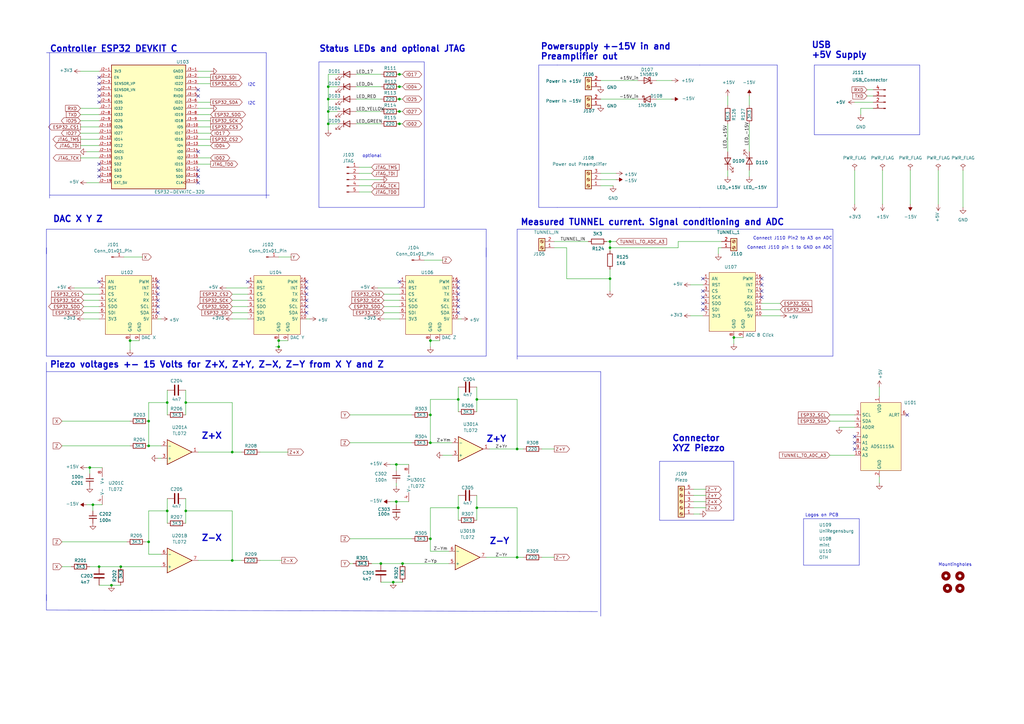
<source format=kicad_sch>
(kicad_sch (version 20231120) (generator "eeschema") (generator_version "8.0")
  (paper "A3")
  (title_block (title "500EUR STM Adapterboard") (date "2025-02-16") (rev "3.0") (company "Universität Regensburg") (comment 1 "Peter Dirnhofer"))
  (junction (at 176.53 181.61))
  (junction (at 195.58 163.83))
  (junction (at 163.83 35.56))
  (junction (at 187.96 163.83))
  (junction (at 187.96 208.28))
  (junction (at 176.53 139.7))
  (junction (at 49.53 232.41))
  (junction (at 38.1 207.01))
  (junction (at 162.56 190.5))
  (junction (at 163.83 45.72))
  (junction (at 95.25 185.42))
  (junction (at 163.83 50.8))
  (junction (at 40.64 232.41))
  (junction (at 134.62 45.72))
  (junction (at 250.19 101.6))
  (junction (at 195.58 208.28))
  (junction (at 163.83 40.64))
  (junction (at 36.83 191.77))
  (junction (at 163.83 30.48))
  (junction (at 212.09 228.6))
  (junction (at 165.1 231.14))
  (junction (at 60.96 182.88))
  (junction (at 76.2 165.1))
  (junction (at 300.99 138.43))
  (junction (at 76.2 209.55))
  (junction (at 114.3 142.24))
  (junction (at 250.19 114.3))
  (junction (at 95.25 229.87))
  (junction (at 114.3 139.7))
  (junction (at 212.09 184.15))
  (junction (at 68.58 165.1))
  (junction (at 134.62 40.64))
  (junction (at 60.96 222.25))
  (junction (at 162.56 205.74))
  (junction (at 53.34 139.7))
  (junction (at 176.53 170.18))
  (junction (at 45.72 240.03))
  (junction (at 68.58 209.55))
  (junction (at 60.96 172.72))
  (junction (at 250.19 99.06))
  (junction (at 134.62 50.8))
  (junction (at 176.53 220.98))
  (junction (at 161.29 238.76))
  (junction (at 134.62 35.56))
  (junction (at 156.21 231.14))
  (no_connect (at 187.96 115.57))
  (no_connect (at 40.64 34.29))
  (no_connect (at 40.64 115.57))
  (no_connect (at 81.28 74.93))
  (no_connect (at 64.77 115.57))
  (no_connect (at 81.28 36.83))
  (no_connect (at 125.73 118.11))
  (no_connect (at 81.28 62.23))
  (no_connect (at 288.29 114.3))
  (no_connect (at 187.96 118.11))
  (no_connect (at 350.52 179.07))
  (no_connect (at 312.42 116.84))
  (no_connect (at 40.64 72.39))
  (no_connect (at 312.42 121.92))
  (no_connect (at 125.73 123.19))
  (no_connect (at 40.64 41.91))
  (no_connect (at 288.29 127))
  (no_connect (at 312.42 114.3))
  (no_connect (at 64.77 125.73))
  (no_connect (at 187.96 125.73))
  (no_connect (at 350.52 181.61))
  (no_connect (at 64.77 123.19))
  (no_connect (at 40.64 69.85))
  (no_connect (at 372.11 170.18))
  (no_connect (at 64.77 120.65))
  (no_connect (at 81.28 39.37))
  (no_connect (at 40.64 36.83))
  (no_connect (at 125.73 115.57))
  (no_connect (at 312.42 119.38))
  (no_connect (at 187.96 120.65))
  (no_connect (at 288.29 119.38))
  (no_connect (at 288.29 124.46))
  (no_connect (at 350.52 184.15))
  (no_connect (at 40.64 31.75))
  (no_connect (at 288.29 121.92))
  (no_connect (at 81.28 72.39))
  (no_connect (at 125.73 128.27))
  (no_connect (at 187.96 123.19))
  (no_connect (at 187.96 128.27))
  (no_connect (at 163.83 115.57))
  (no_connect (at 101.6 115.57))
  (no_connect (at 125.73 125.73))
  (no_connect (at 64.77 128.27))
  (no_connect (at 64.77 118.11))
  (no_connect (at 125.73 120.65))
  (no_connect (at 40.64 39.37))
  (no_connect (at 40.64 67.31))
  (no_connect (at 81.28 69.85))
  (wire (pts (xy 40.64 130.81) (xy 34.29 130.81)))
  (wire (pts (xy 33.02 52.07) (xy 40.64 52.07)))
  (wire (pts (xy 187.96 163.83) (xy 187.96 168.91)))
  (wire (pts (xy 52.07 222.25) (xy 25.4 222.25)))
  (wire (pts (xy 269.24 33.02) (xy 275.59 33.02)))
  (polyline (pts (xy 377.19 26.67) (xy 377.19 55.245)))
  (wire (pts (xy 373.38 69.85) (xy 373.38 83.82)))
  (wire (pts (xy 95.25 185.42) (xy 99.06 185.42)))
  (wire (pts (xy 57.15 139.7) (xy 53.34 139.7)))
  (wire (pts (xy 163.83 120.65) (xy 157.48 120.65)))
  (wire (pts (xy 168.91 170.18) (xy 143.51 170.18)))
  (polyline (pts (xy 173.99 73.66) (xy 173.99 85.09)))
  (wire (pts (xy 176.53 226.06) (xy 184.15 226.06)))
  (wire (pts (xy 298.45 50.8) (xy 298.45 62.23)))
  (polyline (pts (xy 19.05 250.19) (xy 19.05 243.84)))
  (wire (pts (xy 38.1 207.01) (xy 38.1 209.55)))
  (wire (pts (xy 40.64 123.19) (xy 34.29 123.19)))
  (wire (pts (xy 81.28 46.99) (xy 86.36 46.99)))
  (polyline (pts (xy 334.01 26.67) (xy 334.01 55.245)))
  (wire (pts (xy 95.25 209.55) (xy 76.2 209.55)))
  (polyline (pts (xy 300.99 189.23) (xy 270.51 189.23)))
  (wire (pts (xy 307.34 50.8) (xy 307.34 62.23)))
  (wire (pts (xy 114.3 139.7) (xy 114.3 142.24)))
  (wire (pts (xy 250.19 101.6) (xy 250.19 102.87)))
  (wire (pts (xy 81.28 52.07) (xy 86.36 52.07)))
  (wire (pts (xy 168.91 220.98) (xy 143.51 220.98)))
  (wire (pts (xy 40.64 232.41) (xy 36.83 232.41)))
  (polyline (pts (xy 329.565 231.775) (xy 352.425 231.775)))
  (wire (pts (xy 212.09 228.6) (xy 214.63 228.6)))
  (wire (pts (xy 76.2 160.02) (xy 76.2 165.1)))
  (wire (pts (xy 40.64 64.77) (xy 33.02 64.77)))
  (wire (pts (xy 248.92 99.06) (xy 250.19 99.06)))
  (wire (pts (xy 294.64 101.6) (xy 294.64 104.14)))
  (wire (pts (xy 30.48 118.11) (xy 40.64 118.11)))
  (wire (pts (xy 81.28 31.75) (xy 86.36 31.75)))
  (wire (pts (xy 106.68 185.42) (xy 118.11 185.42)))
  (wire (pts (xy 101.6 120.65) (xy 95.25 120.65)))
  (wire (pts (xy 162.56 190.5) (xy 167.64 190.5)))
  (wire (pts (xy 312.42 129.54) (xy 320.04 129.54)))
  (polyline (pts (xy 228.6 26.67) (xy 220.98 26.67)))
  (wire (pts (xy 165.1 231.14) (xy 156.21 231.14)))
  (wire (pts (xy 232.41 101.6) (xy 232.41 114.3)))
  (polyline (pts (xy 270.51 189.23) (xy 270.51 213.36)))
  (wire (pts (xy 146.05 45.72) (xy 156.21 45.72)))
  (wire (pts (xy 154.94 118.11) (xy 163.83 118.11)))
  (wire (pts (xy 288.29 129.54) (xy 283.21 129.54)))
  (wire (pts (xy 68.58 204.47) (xy 68.58 209.55)))
  (wire (pts (xy 355.6 36.83) (xy 358.14 36.83)))
  (polyline (pts (xy 109.22 21.59) (xy 109.22 81.28)))
  (polyline (pts (xy 173.99 85.09) (xy 130.81 85.09)))
  (wire (pts (xy 200.66 184.15) (xy 212.09 184.15)))
  (wire (pts (xy 284.48 200.66) (xy 289.56 200.66)))
  (wire (pts (xy 195.58 158.75) (xy 195.58 163.83)))
  (wire (pts (xy 361.95 69.85) (xy 361.95 83.82)))
  (wire (pts (xy 106.68 229.87) (xy 115.57 229.87)))
  (wire (pts (xy 60.96 227.33) (xy 66.04 227.33)))
  (wire (pts (xy 36.83 194.31) (xy 36.83 191.77)))
  (polyline (pts (xy 20.32 21.59) (xy 20.32 81.28)))
  (polyline (pts (xy 19.05 93.98) (xy 19.05 104.14)))
  (wire (pts (xy 298.45 39.37) (xy 298.45 43.18)))
  (wire (pts (xy 50.8 105.41) (xy 58.42 105.41)))
  (polyline (pts (xy 19.05 146.05) (xy 199.39 146.05)))
  (wire (pts (xy 212.09 184.15) (xy 214.63 184.15)))
  (wire (pts (xy 227.33 101.6) (xy 232.41 101.6)))
  (wire (pts (xy 33.02 54.61) (xy 40.64 54.61)))
  (wire (pts (xy 250.19 99.06) (xy 250.19 101.6)))
  (wire (pts (xy 134.62 35.56) (xy 134.62 40.64)))
  (wire (pts (xy 60.96 182.88) (xy 66.04 182.88)))
  (wire (pts (xy 81.28 64.77) (xy 86.36 64.77)))
  (wire (pts (xy 312.42 124.46) (xy 320.04 124.46)))
  (wire (pts (xy 134.62 40.64) (xy 134.62 45.72)))
  (wire (pts (xy 92.71 118.11) (xy 101.6 118.11)))
  (wire (pts (xy 160.02 205.74) (xy 162.56 205.74)))
  (polyline (pts (xy 130.81 25.4) (xy 173.99 25.4)))
  (wire (pts (xy 165.1 231.14) (xy 184.15 231.14)))
  (polyline (pts (xy 19.05 93.98) (xy 199.39 93.98)))
  (wire (pts (xy 81.28 67.31) (xy 86.36 67.31)))
  (wire (pts (xy 195.58 163.83) (xy 212.09 163.83)))
  (wire (pts (xy 35.56 62.23) (xy 40.64 62.23)))
  (wire (pts (xy 195.58 208.28) (xy 195.58 213.36)))
  (wire (pts (xy 40.64 120.65) (xy 34.29 120.65)))
  (wire (pts (xy 360.68 195.58) (xy 360.68 198.12)))
  (wire (pts (xy 162.56 50.8) (xy 163.83 50.8)))
  (wire (pts (xy 35.56 74.93) (xy 40.64 74.93)))
  (wire (pts (xy 162.56 207.01) (xy 162.56 205.74)))
  (wire (pts (xy 29.21 232.41) (xy 25.4 232.41)))
  (wire (pts (xy 250.19 99.06) (xy 252.73 99.06)))
  (wire (pts (xy 176.53 220.98) (xy 176.53 226.06)))
  (polyline (pts (xy 19.05 21.59) (xy 109.22 21.59)))
  (polyline (pts (xy 199.39 93.98) (xy 199.39 105.41)))
  (polyline (pts (xy 173.99 25.4) (xy 173.99 73.66)))
  (wire (pts (xy 162.56 205.74) (xy 167.64 205.74)))
  (polyline (pts (xy 228.6 26.67) (xy 287.02 26.67)))
  (wire (pts (xy 33.02 46.99) (xy 40.64 46.99)))
  (wire (pts (xy 49.53 232.41) (xy 66.04 232.41)))
  (wire (pts (xy 250.19 110.49) (xy 250.19 114.3)))
  (wire (pts (xy 176.53 163.83) (xy 176.53 170.18)))
  (wire (pts (xy 250.19 101.6) (xy 278.13 101.6)))
  (wire (pts (xy 134.62 50.8) (xy 134.62 53.34)))
  (wire (pts (xy 81.28 49.53) (xy 86.36 49.53)))
  (wire (pts (xy 38.1 207.01) (xy 41.91 207.01)))
  (polyline (pts (xy 130.81 25.4) (xy 130.81 85.09)))
  (wire (pts (xy 222.25 228.6) (xy 227.33 228.6)))
  (wire (pts (xy 40.64 128.27) (xy 34.29 128.27)))
  (polyline (pts (xy 19.05 146.05) (xy 19.05 101.6)))
  (wire (pts (xy 81.28 57.15) (xy 86.36 57.15)))
  (wire (pts (xy 36.83 191.77) (xy 41.91 191.77)))
  (wire (pts (xy 68.58 209.55) (xy 60.96 209.55)))
  (wire (pts (xy 160.02 190.5) (xy 162.56 190.5)))
  (wire (pts (xy 60.96 172.72) (xy 60.96 182.88)))
  (wire (pts (xy 114.3 105.41) (xy 119.38 105.41)))
  (wire (pts (xy 163.83 30.48) (xy 165.1 30.48)))
  (wire (pts (xy 350.52 41.91) (xy 358.14 41.91)))
  (polyline (pts (xy 19.05 152.4) (xy 246.38 152.4)))
  (wire (pts (xy 284.48 210.82) (xy 287.02 210.82)))
  (wire (pts (xy 176.53 139.7) (xy 176.53 142.24)))
  (wire (pts (xy 125.73 130.81) (xy 127 130.81)))
  (wire (pts (xy 246.38 71.12) (xy 252.73 71.12)))
  (wire (pts (xy 95.25 125.73) (xy 101.6 125.73)))
  (wire (pts (xy 25.4 172.72) (xy 53.34 172.72)))
  (wire (pts (xy 246.38 76.2) (xy 251.46 76.2)))
  (wire (pts (xy 173.99 106.68) (xy 181.61 106.68)))
  (wire (pts (xy 246.38 33.02) (xy 261.62 33.02)))
  (polyline (pts (xy 377.19 55.245) (xy 334.01 55.245)))
  (wire (pts (xy 76.2 165.1) (xy 95.25 165.1)))
  (wire (pts (xy 134.62 45.72) (xy 138.43 45.72)))
  (wire (pts (xy 60.96 209.55) (xy 60.96 222.25)))
  (wire (pts (xy 147.32 68.58) (xy 152.4 68.58)))
  (wire (pts (xy 146.05 35.56) (xy 156.21 35.56)))
  (wire (pts (xy 163.83 40.64) (xy 165.1 40.64)))
  (wire (pts (xy 49.53 232.41) (xy 40.64 232.41)))
  (wire (pts (xy 134.62 40.64) (xy 138.43 40.64)))
  (wire (pts (xy 101.6 128.27) (xy 95.25 128.27)))
  (wire (pts (xy 358.14 44.45) (xy 353.06 44.45)))
  (wire (pts (xy 81.28 229.87) (xy 95.25 229.87)))
  (wire (pts (xy 307.34 39.37) (xy 307.34 43.18)))
  (wire (pts (xy 60.96 165.1) (xy 60.96 172.72)))
  (wire (pts (xy 162.56 198.12) (xy 162.56 199.39)))
  (polyline (pts (xy 246.38 152.4) (xy 246.38 252.73)))
  (wire (pts (xy 187.96 163.83) (xy 176.53 163.83)))
  (wire (pts (xy 113.03 142.24) (xy 114.3 142.24)))
  (wire (pts (xy 81.28 41.91) (xy 86.36 41.91)))
  (wire (pts (xy 147.32 76.2) (xy 152.4 76.2)))
  (wire (pts (xy 187.96 203.2) (xy 187.96 208.28)))
  (wire (pts (xy 295.91 101.6) (xy 294.64 101.6)))
  (wire (pts (xy 40.64 59.69) (xy 33.02 59.69)))
  (wire (pts (xy 176.53 181.61) (xy 185.42 181.61)))
  (wire (pts (xy 101.6 130.81) (xy 95.25 130.81)))
  (wire (pts (xy 181.61 186.69) (xy 185.42 186.69)))
  (wire (pts (xy 195.58 163.83) (xy 195.58 168.91)))
  (polyline (pts (xy 334.01 26.67) (xy 377.19 26.67)))
  (polyline (pts (xy 341.63 93.98) (xy 341.63 146.05)))
  (wire (pts (xy 246.38 40.64) (xy 261.62 40.64)))
  (polyline (pts (xy 329.565 231.775) (xy 329.565 212.725)))
  (wire (pts (xy 312.42 127) (xy 320.04 127)))
  (wire (pts (xy 53.34 182.88) (xy 25.4 182.88)))
  (polyline (pts (xy 19.05 148.59) (xy 19.05 246.38)))
  (wire (pts (xy 45.72 240.03) (xy 49.53 240.03)))
  (polyline (pts (xy 245.11 250.825) (xy 19.05 250.19)))
  (wire (pts (xy 95.25 165.1) (xy 95.25 185.42)))
  (wire (pts (xy 68.58 165.1) (xy 60.96 165.1)))
  (polyline (pts (xy 212.09 93.98) (xy 212.09 147.32)))
  (wire (pts (xy 162.56 40.64) (xy 163.83 40.64)))
  (wire (pts (xy 180.34 139.7) (xy 176.53 139.7)))
  (polyline (pts (xy 20.32 80.01) (xy 110.49 80.01)))
  (wire (pts (xy 278.13 101.6) (xy 278.13 99.06)))
  (wire (pts (xy 59.69 222.25) (xy 60.96 222.25)))
  (wire (pts (xy 187.96 208.28) (xy 187.96 213.36)))
  (wire (pts (xy 134.62 35.56) (xy 138.43 35.56)))
  (wire (pts (xy 162.56 30.48) (xy 163.83 30.48)))
  (wire (pts (xy 176.53 170.18) (xy 176.53 181.61)))
  (wire (pts (xy 284.48 205.74) (xy 289.56 205.74)))
  (polyline (pts (xy 220.98 85.09) (xy 220.98 26.67)))
  (wire (pts (xy 36.83 191.77) (xy 35.56 191.77)))
  (wire (pts (xy 162.56 35.56) (xy 163.83 35.56)))
  (wire (pts (xy 163.83 35.56) (xy 165.1 35.56)))
  (wire (pts (xy 298.45 69.85) (xy 298.45 72.39)))
  (wire (pts (xy 353.06 44.45) (xy 353.06 46.99)))
  (wire (pts (xy 66.04 187.96) (xy 64.77 187.96)))
  (wire (pts (xy 81.28 54.61) (xy 86.36 54.61)))
  (wire (pts (xy 81.28 34.29) (xy 86.36 34.29)))
  (wire (pts (xy 384.81 69.85) (xy 384.81 83.82)))
  (wire (pts (xy 76.2 209.55) (xy 76.2 214.63)))
  (wire (pts (xy 53.34 139.7) (xy 53.34 143.51)))
  (wire (pts (xy 114.3 139.7) (xy 118.11 139.7)))
  (wire (pts (xy 284.48 208.28) (xy 289.56 208.28)))
  (polyline (pts (xy 212.09 93.98) (xy 341.63 93.98)))
  (wire (pts (xy 340.36 186.69) (xy 350.52 186.69)))
  (wire (pts (xy 278.13 99.06) (xy 295.91 99.06)))
  (wire (pts (xy 33.02 29.21) (xy 40.64 29.21)))
  (wire (pts (xy 246.38 73.66) (xy 252.73 73.66)))
  (wire (pts (xy 162.56 45.72) (xy 163.83 45.72)))
  (wire (pts (xy 222.25 184.15) (xy 227.33 184.15)))
  (wire (pts (xy 355.6 39.37) (xy 358.14 39.37)))
  (wire (pts (xy 147.32 71.12) (xy 152.4 71.12)))
  (wire (pts (xy 134.62 30.48) (xy 134.62 35.56)))
  (wire (pts (xy 187.96 208.28) (xy 176.53 208.28)))
  (polyline (pts (xy 300.99 189.23) (xy 300.99 213.36)))
  (wire (pts (xy 199.39 228.6) (xy 212.09 228.6)))
  (wire (pts (xy 340.36 172.72) (xy 350.52 172.72)))
  (wire (pts (xy 283.21 116.84) (xy 288.29 116.84)))
  (wire (pts (xy 60.96 222.25) (xy 60.96 227.33)))
  (wire (pts (xy 350.52 69.85) (xy 350.52 83.82)))
  (wire (pts (xy 163.83 45.72) (xy 165.1 45.72)))
  (wire (pts (xy 212.09 208.28) (xy 212.09 228.6)))
  (polyline (pts (xy 199.39 101.6) (xy 199.39 146.05)))
  (wire (pts (xy 161.29 238.76) (xy 165.1 238.76)))
  (wire (pts (xy 40.64 125.73) (xy 34.29 125.73)))
  (wire (pts (xy 146.05 30.48) (xy 156.21 30.48)))
  (wire (pts (xy 307.34 69.85) (xy 307.34 72.39)))
  (wire (pts (xy 269.24 40.64) (xy 275.59 40.64)))
  (polyline (pts (xy 212.09 146.05) (xy 341.63 146.05)))
  (wire (pts (xy 168.91 181.61) (xy 143.51 181.61)))
  (wire (pts (xy 40.64 240.03) (xy 45.72 240.03)))
  (wire (pts (xy 147.32 73.66) (xy 156.21 73.66)))
  (wire (pts (xy 227.33 99.06) (xy 241.3 99.06)))
  (polyline (pts (xy 287.02 26.67) (xy 318.77 26.67)))
  (wire (pts (xy 212.09 163.83) (xy 212.09 184.15)))
  (wire (pts (xy 81.28 29.21) (xy 86.36 29.21)))
  (wire (pts (xy 156.21 238.76) (xy 161.29 238.76)))
  (wire (pts (xy 163.83 130.81) (xy 157.48 130.81)))
  (wire (pts (xy 147.32 78.74) (xy 152.4 78.74)))
  (wire (pts (xy 95.25 229.87) (xy 99.06 229.87)))
  (wire (pts (xy 163.83 128.27) (xy 157.48 128.27)))
  (wire (pts (xy 340.36 170.18) (xy 350.52 170.18)))
  (wire (pts (xy 344.17 175.26) (xy 350.52 175.26)))
  (wire (pts (xy 68.58 160.02) (xy 68.58 165.1)))
  (wire (pts (xy 40.64 57.15) (xy 33.02 57.15)))
  (polyline (pts (xy 300.99 213.36) (xy 270.51 213.36)))
  (wire (pts (xy 232.41 114.3) (xy 250.19 114.3)))
  (wire (pts (xy 394.97 69.85) (xy 394.97 85.09)))
  (polyline (pts (xy 329.565 212.725) (xy 352.425 212.725)))
  (wire (pts (xy 187.96 130.81) (xy 189.23 130.81)))
  (wire (pts (xy 162.56 193.04) (xy 162.56 190.5)))
  (wire (pts (xy 134.62 50.8) (xy 138.43 50.8)))
  (wire (pts (xy 163.83 50.8) (xy 165.1 50.8)))
  (wire (pts (xy 146.05 40.64) (xy 156.21 40.64)))
  (wire (pts (xy 76.2 165.1) (xy 76.2 170.18)))
  (wire (pts (xy 300.99 138.43) (xy 300.99 140.97)))
  (wire (pts (xy 146.05 50.8) (xy 156.21 50.8)))
  (polyline (pts (xy 228.6 85.09) (xy 287.02 85.09)))
  (wire (pts (xy 68.58 209.55) (xy 68.58 214.63)))
  (wire (pts (xy 300.99 138.43) (xy 304.8 138.43)))
  (polyline (pts (xy 287.02 85.09) (xy 318.77 85.09)))
  (wire (pts (xy 64.77 130.81) (xy 66.04 130.81)))
  (polyline (pts (xy 352.425 212.725) (xy 352.425 231.775)))
  (wire (pts (xy 163.83 123.19) (xy 157.48 123.19)))
  (wire (pts (xy 143.51 231.14) (xy 144.78 231.14)))
  (wire (pts (xy 35.56 207.01) (xy 38.1 207.01)))
  (wire (pts (xy 76.2 204.47) (xy 76.2 209.55)))
  (polyline (pts (xy 228.6 85.09) (xy 220.98 85.09)))
  (wire (pts (xy 101.6 123.19) (xy 95.25 123.19)))
  (wire (pts (xy 187.96 158.75) (xy 187.96 163.83)))
  (wire (pts (xy 68.58 165.1) (xy 68.58 170.18)))
  (wire (pts (xy 156.21 231.14) (xy 152.4 231.14)))
  (wire (pts (xy 81.28 185.42) (xy 95.25 185.42)))
  (wire (pts (xy 134.62 45.72) (xy 134.62 50.8)))
  (wire (pts (xy 81.28 59.69) (xy 86.36 59.69)))
  (wire (pts (xy 81.28 44.45) (xy 86.36 44.45)))
  (wire (pts (xy 138.43 30.48) (xy 134.62 30.48)))
  (wire (pts (xy 163.83 125.73) (xy 157.48 125.73)))
  (wire (pts (xy 33.02 49.53) (xy 40.64 49.53)))
  (wire (pts (xy 176.53 208.28) (xy 176.53 220.98)))
  (wire (pts (xy 360.68 158.75) (xy 360.68 162.56)))
  (wire (pts (xy 33.02 44.45) (xy 40.64 44.45)))
  (wire (pts (xy 162.56 212.09) (xy 162.56 210.82)))
  (wire (pts (xy 250.19 114.3) (xy 250.19 119.38)))
  (wire (pts (xy 195.58 208.28) (xy 212.09 208.28)))
  (polyline (pts (xy 318.77 26.67) (xy 318.77 85.09)))
  (wire (pts (xy 195.58 203.2) (xy 195.58 208.28)))
  (wire (pts (xy 284.48 203.2) (xy 289.56 203.2)))
  (wire (pts (xy 95.25 209.55) (xy 95.25 229.87)))
  (text "Measured TUNNEL current. Signal conditioning and ADC " (at 213.36 92.71 0) (effects (font (size 2.54 2.54) (thickness 0.508) (bold yes)) (justify left bottom)))
  (text "Connector\nXYZ Piezzo" (at 275.59 185.42 0) (effects (font (size 2.54 2.54) (thickness 0.508) (bold yes)) (justify left bottom)))
  (text "Status LEDs and optional JTAG" (at 130.81 21.59 0) (effects (font (size 2.54 2.54) (thickness 0.508) (bold yes)) (justify left bottom)))
  (text "I2C" (at 101.6 35.56 0) (effects (font (size 1.27 1.27)) (justify left bottom)))
  (text "Z-Y" (at 200.66 223.52 0) (effects (font (size 2.54 2.54) (thickness 0.508) (bold yes)) (justify left bottom)))
  (text "USB\n+5V Supply" (at 332.74 24.13 0) (effects (font (size 2.54 2.54) (thickness 0.508) (bold yes)) (justify left bottom)))
  (text "optional" (at 148.59 64.77 0) (effects (font (size 1.27 1.27)) (justify left bottom)))
  (text "Powersupply +-15V in and \nPreamplifier out" (at 221.615 24.765 0) (effects (font (size 2.54 2.54) (thickness 0.508) (bold yes)) (justify left bottom)))
  (text "Controller ESP32 DEVKIT C" (at 20.32 21.59 0) (effects (font (size 2.54 2.54) (thickness 0.508) (bold yes)) (justify left bottom)))
  (text "Connect J110 pin 1 to GND on ADC" (at 323.85 101.6 0) (effects (font (size 1.27 1.27))))
  (text "Mountingholes" (at 384.81 232.41 0) (effects (font (size 1.27 1.27)) (justify left bottom)))
  (text "Piezo voltages +- 15 Volts for Z+X, Z+Y, Z-X, Z-Y from X Y and Z" (at 20.32 151.13 0) (effects (font (size 2.54 2.54) (thickness 0.508) (bold yes)) (justify left bottom)))
  (text "Connect J110 Pin2 to A3 on ADC" (at 325.12 97.79 0) (effects (font (size 1.27 1.27))))
  (text "Logos on PCB" (at 330.2 212.09 0) (effects (font (size 1.27 1.27)) (justify left bottom)))
  (text "DAC X Y Z" (at 21.59 91.44 0) (effects (font (size 2.54 2.54) (thickness 0.508) (bold yes)) (justify left bottom)))
  (text "I2C" (at 101.6 43.18 0) (effects (font (size 1.27 1.27)) (justify left bottom)))
  (text "Z-X" (at 82.55 222.25 0) (effects (font (size 2.54 2.54) (thickness 0.508) (bold yes)) (justify left bottom)))
  (text "Z+X" (at 82.55 180.34 0) (effects (font (size 2.54 2.54) (thickness 0.508) (bold yes)) (justify left bottom)))
  (text "Z+Y\n" (at 199.39 181.61 0) (effects (font (size 2.54 2.54) (thickness 0.508) (bold yes)) (justify left bottom)))
  (label "LED_-15V" (at 307.34 59.69 90))
  (label "Z-Ym" (at 177.8 226.06 0))
  (label "LED_GREEN" (at 146.05 50.8 0))
  (label "Z+Yr" (at 203.2 184.15 0))
  (label "LED_RED" (at 146.05 40.64 0))
  (label "+15V_in" (at 254 33.02 0))
  (label "Z+Ym" (at 179.07 181.61 0))
  (label "Z-Yr" (at 203.2 228.6 0))
  (label "LED_+15V" (at 298.45 60.96 90))
  (label "TUNNEL_IN" (at 229.87 99.06 0))
  (label "LED_04" (at 146.05 35.56 0))
  (label "LED_YELLOW" (at 146.05 45.72 0))
  (label "LED_17" (at 146.05 30.48 0))
  (label "Z-Yp" (at 173.99 231.14 0))
  (label "-15V_in" (at 254 40.64 0))
  (global_label "Y" (shape input) (at 143.51 170.18 180) (property "Intersheetrefs" "${INTERSHEET_REFS}" (effects (hide yes))))
  (global_label "IO02" (shape bidirectional) (at 165.1 50.8 0) (property "Intersheetrefs" "${INTERSHEET_REFS}" (effects (hide yes))))
  (global_label "ESP32_SDI" (shape input) (at 95.25 128.27 180) (property "Intersheetrefs" "${INTERSHEET_REFS}" (effects (hide yes))))
  (global_label "ESP32_SDO" (shape tri_state) (at 95.25 125.73 180) (property "Intersheetrefs" "${INTERSHEET_REFS}" (effects (hide yes))))
  (global_label "JTAG_TMS" (shape input) (at 152.4 68.58 0) (property "Intersheetrefs" "${INTERSHEET_REFS}" (effects (hide yes))))
  (global_label "Y" (shape input) (at 143.51 231.14 180) (property "Intersheetrefs" "${INTERSHEET_REFS}" (effects (hide yes))))
  (global_label "JTAG_TDI" (shape output) (at 33.02 59.69 180) (property "Intersheetrefs" "${INTERSHEET_REFS}" (effects (hide yes))))
  (global_label "Z" (shape output) (at 181.61 106.68 0) (property "Intersheetrefs" "${INTERSHEET_REFS}" (effects (hide yes))))
  (global_label "ESP32_SCK" (shape output) (at 86.36 49.53 0) (property "Intersheetrefs" "${INTERSHEET_REFS}" (effects (hide yes))))
  (global_label "Z-Y" (shape output) (at 289.56 200.66 0) (property "Intersheetrefs" "${INTERSHEET_REFS}" (effects (hide yes))))
  (global_label "ESP32_SCL" (shape input) (at 340.36 170.18 180) (property "Intersheetrefs" "${INTERSHEET_REFS}" (effects (hide yes))))
  (global_label "JTAG_TCK" (shape input) (at 152.4 76.2 0) (property "Intersheetrefs" "${INTERSHEET_REFS}" (effects (hide yes))))
  (global_label "JTAG_TD0" (shape output) (at 86.36 67.31 0) (property "Intersheetrefs" "${INTERSHEET_REFS}" (effects (hide yes))))
  (global_label "ESP32_SCK" (shape input) (at 34.29 123.19 180) (property "Intersheetrefs" "${INTERSHEET_REFS}" (effects (hide yes))))
  (global_label "ESP32_SCL" (shape input) (at 320.04 124.46 0) (property "Intersheetrefs" "${INTERSHEET_REFS}" (effects (hide yes))))
  (global_label "ESP32_CS2" (shape output) (at 86.36 57.15 0) (property "Intersheetrefs" "${INTERSHEET_REFS}" (effects (hide yes))))
  (global_label "X" (shape output) (at 58.42 105.41 0) (property "Intersheetrefs" "${INTERSHEET_REFS}" (effects (hide yes))))
  (global_label "ESP32_SDI" (shape input) (at 157.48 128.27 180) (property "Intersheetrefs" "${INTERSHEET_REFS}" (effects (hide yes))))
  (global_label "RXD" (shape input) (at 33.02 44.45 180) (property "Intersheetrefs" "${INTERSHEET_REFS}" (effects (hide yes))))
  (global_label "TUNNEL_TO_ADC_A3" (shape input) (at 252.73 99.06 0) (property "Intersheetrefs" "${INTERSHEET_REFS}" (effects (hide yes))))
  (global_label "ESP32_SDO" (shape tri_state) (at 34.29 125.73 180) (property "Intersheetrefs" "${INTERSHEET_REFS}" (effects (hide yes))))
  (global_label "TXD" (shape input) (at 33.02 46.99 180) (property "Intersheetrefs" "${INTERSHEET_REFS}" (effects (hide yes))))
  (global_label "Z" (shape input) (at 25.4 222.25 180) (property "Intersheetrefs" "${INTERSHEET_REFS}" (effects (hide yes))))
  (global_label "ESP32_SDO" (shape tri_state) (at 157.48 125.73 180) (property "Intersheetrefs" "${INTERSHEET_REFS}" (effects (hide yes))))
  (global_label "Z+Y" (shape output) (at 227.33 184.15 0) (property "Intersheetrefs" "${INTERSHEET_REFS}" (effects (hide yes))))
  (global_label "Z" (shape input) (at 143.51 220.98 180) (property "Intersheetrefs" "${INTERSHEET_REFS}" (effects (hide yes))))
  (global_label "ESP32_CS1" (shape output) (at 33.02 52.07 180) (property "Intersheetrefs" "${INTERSHEET_REFS}" (effects (hide yes))))
  (global_label "ESP32_CS3" (shape output) (at 86.36 52.07 0) (property "Intersheetrefs" "${INTERSHEET_REFS}" (effects (hide yes))))
  (global_label "Z" (shape input) (at 143.51 181.61 180) (property "Intersheetrefs" "${INTERSHEET_REFS}" (effects (hide yes))))
  (global_label "ESP32_SCK" (shape input) (at 95.25 123.19 180) (property "Intersheetrefs" "${INTERSHEET_REFS}" (effects (hide yes))))
  (global_label "ESP32_CS2" (shape input) (at 95.25 120.65 180) (property "Intersheetrefs" "${INTERSHEET_REFS}" (effects (hide yes))))
  (global_label "IO25" (shape bidirectional) (at 165.1 40.64 0) (property "Intersheetrefs" "${INTERSHEET_REFS}" (effects (hide yes))))
  (global_label "Z" (shape input) (at 25.4 182.88 180) (property "Intersheetrefs" "${INTERSHEET_REFS}" (effects (hide yes))))
  (global_label "ESP32_SDI" (shape input) (at 34.29 128.27 180) (property "Intersheetrefs" "${INTERSHEET_REFS}" (effects (hide yes))))
  (global_label "Z-X" (shape output) (at 289.56 208.28 0) (property "Intersheetrefs" "${INTERSHEET_REFS}" (effects (hide yes))))
  (global_label "Z+X" (shape output) (at 118.11 185.42 0) (property "Intersheetrefs" "${INTERSHEET_REFS}" (effects (hide yes))))
  (global_label "IO27" (shape bidirectional) (at 33.02 54.61 180) (property "Intersheetrefs" "${INTERSHEET_REFS}" (effects (hide yes))))
  (global_label "JTAG_TDI" (shape input) (at 152.4 71.12 0) (property "Intersheetrefs" "${INTERSHEET_REFS}" (effects (hide yes))))
  (global_label "Z+Y" (shape output) (at 289.56 203.2 0) (property "Intersheetrefs" "${INTERSHEET_REFS}" (effects (hide yes))))
  (global_label "X" (shape input) (at 25.4 172.72 180) (property "Intersheetrefs" "${INTERSHEET_REFS}" (effects (hide yes))))
  (global_label "JTAG_TMS" (shape output) (at 33.02 57.15 180) (property "Intersheetrefs" "${INTERSHEET_REFS}" (effects (hide yes))))
  (global_label "ESP32_SDO" (shape tri_state) (at 86.36 46.99 0) (property "Intersheetrefs" "${INTERSHEET_REFS}" (effects (hide yes))))
  (global_label "ESP32_SCK" (shape input) (at 157.48 123.19 180) (property "Intersheetrefs" "${INTERSHEET_REFS}" (effects (hide yes))))
  (global_label "RXD" (shape input) (at 355.6 36.83 180) (property "Intersheetrefs" "${INTERSHEET_REFS}" (effects (hide yes))))
  (global_label "IO04" (shape bidirectional) (at 165.1 35.56 0) (property "Intersheetrefs" "${INTERSHEET_REFS}" (effects (hide yes))))
  (global_label "IO25" (shape bidirectional) (at 33.02 49.53 180) (property "Intersheetrefs" "${INTERSHEET_REFS}" (effects (hide yes))))
  (global_label "IO17" (shape bidirectional) (at 165.1 30.48 0) (property "Intersheetrefs" "${INTERSHEET_REFS}" (effects (hide yes))))
  (global_label "ESP32_SDI" (shape output) (at 86.36 31.75 0) (property "Intersheetrefs" "${INTERSHEET_REFS}" (effects (hide yes))))
  (global_label "JTAG_TD0" (shape input) (at 152.4 78.74 0) (property "Intersheetrefs" "${INTERSHEET_REFS}" (effects (hide yes))))
  (global_label "ESP32_CS3" (shape input) (at 157.48 120.65 180) (property "Intersheetrefs" "${INTERSHEET_REFS}" (effects (hide yes))))
  (global_label "ESP32_SCL" (shape output) (at 86.36 34.29 0) (property "Intersheetrefs" "${INTERSHEET_REFS}" (effects (hide yes))))
  (global_label "TXD" (shape input) (at 355.6 39.37 180) (property "Intersheetrefs" "${INTERSHEET_REFS}" (effects (hide yes))))
  (global_label "TUNNEL_TO_ADC_A3" (shape input) (at 340.36 186.69 180) (property "Intersheetrefs" "${INTERSHEET_REFS}" (effects (hide yes))))
  (global_label "Y" (shape output) (at 119.38 105.41 0) (property "Intersheetrefs" "${INTERSHEET_REFS}" (effects (hide yes))))
  (global_label "IO27" (shape bidirectional) (at 165.1 45.72 0) (property "Intersheetrefs" "${INTERSHEET_REFS}" (effects (hide yes))))
  (global_label "IO02" (shape bidirectional) (at 86.36 64.77 0) (property "Intersheetrefs" "${INTERSHEET_REFS}" (effects (hide yes))))
  (global_label "ESP32_CS1" (shape input) (at 34.29 120.65 180) (property "Intersheetrefs" "${INTERSHEET_REFS}" (effects (hide yes))))
  (global_label "IO04" (shape bidirectional) (at 86.36 59.69 0) (property "Intersheetrefs" "${INTERSHEET_REFS}" (effects (hide yes))))
  (global_label "JTAG_TCK" (shape output) (at 33.02 64.77 180) (property "Intersheetrefs" "${INTERSHEET_REFS}" (effects (hide yes))))
  (global_label "Z+X" (shape output) (at 289.56 205.74 0) (property "Intersheetrefs" "${INTERSHEET_REFS}" (effects (hide yes))))
  (global_label "Z-X" (shape output) (at 115.57 229.87 0) (property "Intersheetrefs" "${INTERSHEET_REFS}" (effects (hide yes))))
  (global_label "Z-Y" (shape output) (at 227.33 228.6 0) (property "Intersheetrefs" "${INTERSHEET_REFS}" (effects (hide yes))))
  (global_label "ESP32_SDA" (shape output) (at 86.36 41.91 0) (property "Intersheetrefs" "${INTERSHEET_REFS}" (effects (hide yes))))
  (global_label "ESP32_SDA" (shape input) (at 340.36 172.72 180) (property "Intersheetrefs" "${INTERSHEET_REFS}" (effects (hide yes))))
  (global_label "X" (shape input) (at 25.4 232.41 180) (property "Intersheetrefs" "${INTERSHEET_REFS}" (effects (hide yes))))
  (global_label "IO17" (shape bidirectional) (at 86.36 54.61 0) (property "Intersheetrefs" "${INTERSHEET_REFS}" (effects (hide yes))))
  (global_label "ESP32_SDA" (shape input) (at 320.04 127 0) (property "Intersheetrefs" "${INTERSHEET_REFS}" (effects (hide yes))))
  (symbol (lib_id "mikroe:Mikroe-Socket") (at 53.34 118.11 0) (unit 1)
    (property "Reference" "U102" (at 52.07 111.76 0))
    (property "Value" "DAC X" (at 60.96 138.43 0))
    (property "Footprint" "Mikroe:Mikroe_Socket_DAC_2_Click" (effects (hide yes)))
    (property "Datasheet" "https://www.mikroe.com/dac-2-click" (effects (hide yes)))
  )
  (symbol (lib_id "power:GND") (at 53.34 143.51 0) (unit 1)
    (property "Reference" "#PWR0111" (effects (hide yes)))
    (property "Value" "GND" (effects (hide yes)))
  )
  (symbol (lib_id "power:+5V") (at 66.04 130.81 270) (unit 1)
    (property "Reference" "#PWR0113" (effects (hide yes)))
    (property "Value" "+5V" (at 69.2912 131.191 90) (effects (justify left)))
  )
  (symbol (lib_id "power:+3V3") (at 34.29 130.81 90) (unit 1)
    (property "Reference" "#PWR0103" (effects (hide yes)))
    (property "Value" "+3V3" (at 31.0388 130.429 90) (effects (justify left)))
  )
  (symbol (lib_id "power:GND") (at 114.3 142.24 0) (unit 1)
    (property "Reference" "#PWR0118" (effects (hide yes)))
    (property "Value" "GND" (effects (hide yes)))
  )
  (symbol (lib_id "power:+5V") (at 127 130.81 270) (unit 1)
    (property "Reference" "#PWR0119" (effects (hide yes)))
    (property "Value" "+5V" (at 130.2512 131.191 90) (effects (justify left)))
  )
  (symbol (lib_id "power:+3V3") (at 95.25 130.81 90) (unit 1)
    (property "Reference" "#PWR0117" (effects (hide yes)))
    (property "Value" "+3V3" (at 91.9988 130.429 90) (effects (justify left)))
  )
  (symbol (lib_id "mikroe:Mikroe-Socket") (at 176.53 118.11 0) (unit 1)
    (property "Reference" "U106" (at 175.26 111.76 0))
    (property "Value" "DAC Z" (at 184.15 138.43 0))
    (property "Footprint" "Mikroe:Mikroe_Socket_DAC_2_Click" (effects (hide yes)))
    (property "Datasheet" "https://www.mikroe.com/dac-2-click" (effects (hide yes)))
  )
  (symbol (lib_id "power:GND") (at 176.53 142.24 0) (unit 1)
    (property "Reference" "#PWR0129" (effects (hide yes)))
    (property "Value" "GND" (effects (hide yes)))
  )
  (symbol (lib_id "power:+5V") (at 189.23 130.81 270) (unit 1)
    (property "Reference" "#PWR0131" (effects (hide yes)))
    (property "Value" "+5V" (at 192.4812 131.191 90) (effects (justify left)))
  )
  (symbol (lib_id "power:+3V3") (at 157.48 130.81 90) (unit 1)
    (property "Reference" "#PWR0125" (effects (hide yes)))
    (property "Value" "+3V3" (at 154.2288 130.429 90) (effects (justify left)))
  )
  (symbol (lib_id "mikroe:Mikroe-Socket") (at 300.99 116.84 0) (unit 1)
    (property "Reference" "U107" (at 299.72 109.474 0))
    (property "Value" "ADC 8 Click" (at 311.658 137.414 0))
    (property "Footprint" "Mikroe:Mikroe_Socket_ADC_8_Click" (effects (hide yes)))
    (property "Datasheet" "https://www.mikroe.com/adc-8-click" (effects (hide yes)))
  )
  (symbol (lib_id "power:GND") (at 300.99 140.97 0) (unit 1)
    (property "Reference" "#PWR0144" (effects (hide yes)))
    (property "Value" "GND" (effects (hide yes)))
  )
  (symbol (lib_id "power:+5V") (at 320.04 129.54 270) (unit 1)
    (property "Reference" "#PWR0147" (effects (hide yes)))
    (property "Value" "+5V" (at 323.2912 129.921 90) (effects (justify left)))
  )
  (symbol (lib_id "power:+3V3") (at 283.21 129.54 90) (unit 1)
    (property "Reference" "#PWR0140" (effects (hide yes)))
    (property "Value" "+3V3" (at 279.9588 129.159 90) (effects (justify left)))
  )
  (symbol (lib_id "power:+3V3") (at 33.02 29.21 90) (unit 1)
    (property "Reference" "#PWR0102" (effects (hide yes)))
    (property "Value" "+3V3" (at 29.7688 28.829 90) (effects (justify left)))
  )
  (symbol (lib_id "power:+15V") (at 35.56 191.77 90) (unit 1)
    (property "Reference" "#PWR0106" (effects (hide yes)))
    (property "Value" "+15V" (at 32.3088 191.389 90) (effects (justify left)))
  )
  (symbol (lib_id "power:-15V") (at 35.56 207.01 90) (unit 1)
    (property "Reference" "#PWR0107" (effects (hide yes)))
    (property "Value" "-15V" (at 32.3088 206.629 90) (effects (justify left)))
  )
  (symbol (lib_id "Device:R") (at 102.87 185.42 270) (unit 1)
    (property "Reference" "R208" (at 102.87 182.88 90))
    (property "Value" "220" (at 102.87 185.42 90))
    (property "Footprint" "Resistor_THT:R_Axial_DIN0207_L6.3mm_D2.5mm_P10.16mm_Horizontal" (effects (hide yes)))
  )
  (symbol (lib_id "Device:R") (at 72.39 170.18 270) (unit 1)
    (property "Reference" "R206" (at 72.39 167.64 90))
    (property "Value" "3K3" (at 72.39 170.18 90))
    (property "Footprint" "Resistor_THT:R_Axial_DIN0207_L6.3mm_D2.5mm_P10.16mm_Horizontal" (effects (hide yes)))
  )
  (symbol (lib_id "Device:C") (at 72.39 160.02 270) (unit 1)
    (property "Reference" "C204" (at 72.39 156.21 90))
    (property "Value" "4n7" (at 72.39 163.83 90))
    (property "Footprint" "Capacitor_THT:C_Disc_D5.0mm_W2.5mm_P2.50mm" (effects (hide yes)))
  )
  (symbol (lib_id "power:GND") (at 36.83 199.39 0) (unit 1)
    (property "Reference" "#PWR0108" (effects (hide yes)))
    (property "Value" "GND" (effects (hide yes)))
  )
  (symbol (lib_id "power:GND") (at 38.1 214.63 0) (unit 1)
    (property "Reference" "#PWR0109" (effects (hide yes)))
    (property "Value" "GND" (effects (hide yes)))
  )
  (symbol (lib_id "Device:R") (at 57.15 182.88 270) (unit 1)
    (property "Reference" "R204" (at 57.15 180.34 90))
    (property "Value" "3K3" (at 57.15 182.88 90))
    (property "Footprint" "Resistor_THT:R_Axial_DIN0207_L6.3mm_D2.5mm_P10.16mm_Horizontal" (effects (hide yes)))
  )
  (symbol (lib_id "power:+15V") (at 160.02 190.5 90) (unit 1)
    (property "Reference" "#PWR0123" (effects (hide yes)))
    (property "Value" "+15V" (at 156.7688 190.119 90) (effects (justify left)))
  )
  (symbol (lib_id "power:-15V") (at 160.02 205.74 90) (unit 1)
    (property "Reference" "#PWR0124" (effects (hide yes)))
    (property "Value" "-15V" (at 156.7688 205.359 90) (effects (justify left)))
  )
  (symbol (lib_id "Device:R") (at 191.77 168.91 270) (unit 1)
    (property "Reference" "R306" (at 191.77 166.37 90))
    (property "Value" "3K3" (at 191.77 168.91 90))
    (property "Footprint" "Resistor_THT:R_Axial_DIN0207_L6.3mm_D2.5mm_P10.16mm_Horizontal" (effects (hide yes)))
  )
  (symbol (lib_id "Device:C") (at 191.77 158.75 270) (unit 1)
    (property "Reference" "C304" (at 192.405 155.575 90))
    (property "Value" "4n7" (at 191.77 161.925 90))
    (property "Footprint" "Capacitor_THT:C_Disc_D5.0mm_W2.5mm_P2.50mm" (effects (hide yes)))
  )
  (symbol (lib_id "power:GND") (at 162.56 199.39 0) (unit 1)
    (property "Reference" "#PWR0126" (effects (hide yes)))
    (property "Value" "GND" (effects (hide yes)))
  )
  (symbol (lib_id "power:GND") (at 162.56 210.82 0) (unit 1)
    (property "Reference" "#PWR0127" (effects (hide yes)))
    (property "Value" "GND" (effects (hide yes)))
  )
  (symbol (lib_id "Device:R") (at 172.72 181.61 270) (unit 1)
    (property "Reference" "R304" (at 172.72 179.07 90))
    (property "Value" "3K3" (at 172.72 181.61 90))
    (property "Footprint" "Resistor_THT:R_Axial_DIN0207_L6.3mm_D2.5mm_P10.16mm_Horizontal" (effects (hide yes)))
  )
  (symbol (lib_id "Device:R") (at 218.44 184.15 270) (unit 1)
    (property "Reference" "R308" (at 218.44 181.61 90))
    (property "Value" "220" (at 218.44 184.15 90))
    (property "Footprint" "Resistor_THT:R_Axial_DIN0207_L6.3mm_D2.5mm_P10.16mm_Horizontal" (effects (hide yes)))
  )
  (symbol (lib_id "Device:R") (at 72.39 214.63 270) (unit 1)
    (property "Reference" "R207" (at 72.39 212.09 90))
    (property "Value" "3K3" (at 72.39 214.63 90))
    (property "Footprint" "Resistor_THT:R_Axial_DIN0207_L6.3mm_D2.5mm_P10.16mm_Horizontal" (effects (hide yes)))
  )
  (symbol (lib_id "Device:C") (at 72.39 204.47 270) (unit 1)
    (property "Reference" "C205" (at 72.39 200.66 90))
    (property "Value" "4n7" (at 72.39 207.645 90))
    (property "Footprint" "Capacitor_THT:C_Disc_D5.0mm_W2.5mm_P2.50mm" (effects (hide yes)))
  )
  (symbol (lib_id "Device:R") (at 55.88 222.25 270) (unit 1)
    (property "Reference" "R205" (at 55.88 219.71 90))
    (property "Value" "3K3" (at 55.88 222.25 90))
    (property "Footprint" "Resistor_THT:R_Axial_DIN0207_L6.3mm_D2.5mm_P10.16mm_Horizontal" (effects (hide yes)))
  )
  (symbol (lib_id "Device:R") (at 102.87 229.87 270) (unit 1)
    (property "Reference" "R209" (at 102.87 227.33 90))
    (property "Value" "220" (at 102.87 229.87 90))
    (property "Footprint" "Resistor_THT:R_Axial_DIN0207_L6.3mm_D2.5mm_P10.16mm_Horizontal" (effects (hide yes)))
  )
  (symbol (lib_id "Device:R") (at 191.77 213.36 270) (unit 1)
    (property "Reference" "R307" (at 191.77 210.82 90))
    (property "Value" "3K3" (at 191.77 213.36 90))
    (property "Footprint" "Resistor_THT:R_Axial_DIN0207_L6.3mm_D2.5mm_P10.16mm_Horizontal" (effects (hide yes)))
  )
  (symbol (lib_id "Device:C") (at 191.77 203.2 270) (unit 1)
    (property "Reference" "C305" (at 191.77 200.025 90))
    (property "Value" "4n7" (at 191.77 206.375 90))
    (property "Footprint" "Capacitor_THT:C_Disc_D5.0mm_W2.5mm_P2.50mm" (effects (hide yes)))
  )
  (symbol (lib_id "Device:R") (at 172.72 220.98 270) (unit 1)
    (property "Reference" "R305" (at 172.72 218.6686 90))
    (property "Value" "3K3" (at 172.72 220.98 90))
    (property "Footprint" "Resistor_THT:R_Axial_DIN0207_L6.3mm_D2.5mm_P10.16mm_Horizontal" (effects (hide yes)))
  )
  (symbol (lib_id "Device:R") (at 218.44 228.6 270) (unit 1)
    (property "Reference" "R309" (at 218.44 226.06 90))
    (property "Value" "220" (at 218.44 228.6 90))
    (property "Footprint" "Resistor_THT:R_Axial_DIN0207_L6.3mm_D2.5mm_P10.16mm_Horizontal" (effects (hide yes)))
  )
  (symbol (lib_id "Device:R") (at 57.15 172.72 270) (unit 1)
    (property "Reference" "R203" (at 57.15 170.18 90))
    (property "Value" "3K3" (at 57.15 172.72 90))
    (property "Footprint" "Resistor_THT:R_Axial_DIN0207_L6.3mm_D2.5mm_P10.16mm_Horizontal" (effects (hide yes)))
  )
  (symbol (lib_id "power:GND") (at 64.77 187.96 270) (unit 1)
    (property "Reference" "#PWR0112" (effects (hide yes)))
    (property "Value" "GND" (effects (hide yes)))
  )
  (symbol (lib_id "power:GND") (at 181.61 186.69 270) (unit 1)
    (property "Reference" "#PWR0130" (effects (hide yes)))
    (property "Value" "GND" (effects (hide yes)))
  )
  (symbol (lib_id "Device:R") (at 172.72 170.18 270) (unit 1)
    (property "Reference" "R303" (at 172.72 167.64 90))
    (property "Value" "3K3" (at 172.72 170.18 90))
    (property "Footprint" "Resistor_THT:R_Axial_DIN0207_L6.3mm_D2.5mm_P10.16mm_Horizontal" (effects (hide yes)))
  )
  (symbol (lib_id "Device:R") (at 165.1 234.95 0) (unit 1)
    (property "Reference" "R302" (at 162.56 237.49 90) (effects (justify left)))
    (property "Value" "K3" (at 165.1 236.22 90) (effects (justify left)))
    (property "Footprint" "Resistor_THT:R_Axial_DIN0207_L6.3mm_D2.5mm_P10.16mm_Horizontal" (effects (hide yes)))
  )
  (symbol (lib_id "Device:C") (at 156.21 234.95 0) (unit 1)
    (property "Reference" "C301" (at 148.59 234.95 0) (effects (justify left)))
    (property "Value" "4n7" (at 148.59 237.49 0) (effects (justify left)))
    (property "Footprint" "Capacitor_THT:C_Disc_D5.0mm_W2.5mm_P2.50mm" (effects (hide yes)))
  )
  (symbol (lib_id "Device:R") (at 148.59 231.14 270) (unit 1)
    (property "Reference" "R301" (at 148.59 228.8286 90))
    (property "Value" "3K3" (at 148.59 231.14 90))
    (property "Footprint" "Resistor_THT:R_Axial_DIN0207_L6.3mm_D2.5mm_P10.16mm_Horizontal" (effects (hide yes)))
  )
  (symbol (lib_id "power:GND") (at 161.29 238.76 0) (unit 1)
    (property "Reference" "#PWR0128" (effects (hide yes)))
    (property "Value" "GND" (effects (hide yes)))
  )
  (symbol (lib_id "Device:R") (at 49.53 236.22 0) (unit 1)
    (property "Reference" "R202" (at 46.99 238.76 90) (effects (justify left)))
    (property "Value" "3K3" (at 49.53 237.49 90) (effects (justify left)))
    (property "Footprint" "Resistor_THT:R_Axial_DIN0207_L6.3mm_D2.5mm_P10.16mm_Horizontal" (effects (hide yes)))
  )
  (symbol (lib_id "Device:C") (at 40.64 236.22 0) (unit 1)
    (property "Reference" "C203" (at 33.02 236.22 0) (effects (justify left)))
    (property "Value" "4n7" (at 33.02 238.76 0) (effects (justify left)))
    (property "Footprint" "Capacitor_THT:C_Disc_D5.0mm_W2.5mm_P2.50mm" (effects (hide yes)))
  )
  (symbol (lib_id "Device:R") (at 33.02 232.41 270) (unit 1)
    (property "Reference" "R201" (at 33.02 229.87 90))
    (property "Value" "3K3" (at 33.02 232.41 90))
    (property "Footprint" "Resistor_THT:R_Axial_DIN0207_L6.3mm_D2.5mm_P10.16mm_Horizontal" (effects (hide yes)))
  )
  (symbol (lib_id "power:GND") (at 45.72 240.03 0) (unit 1)
    (property "Reference" "#PWR0110" (effects (hide yes)))
    (property "Value" "GND" (effects (hide yes)))
  )
  (symbol (lib_id "Mechanical:MountingHole") (at 387.985 236.22 0) (unit 1)
    (property "Reference" "H101" (effects (hide yes)))
    (property "Value" "MountingHole" (effects (hide yes)))
    (property "Footprint" "MountingHole:MountingHole_3.2mm_M3" (effects (hide yes)))
  )
  (symbol (lib_id "Mechanical:MountingHole") (at 393.7 241.3 0) (unit 1)
    (property "Reference" "H104" (effects (hide yes)))
    (property "Value" "MountingHole" (effects (hide yes)))
    (property "Footprint" "MountingHole:MountingHole_3.2mm_M3" (effects (hide yes)))
  )
  (symbol (lib_id "Device:R") (at 298.45 46.99 180) (unit 1)
    (property "Reference" "R126" (at 300.99 44.45 90) (effects (justify left)))
    (property "Value" "3K3" (at 298.45 45.72 90) (effects (justify left)))
    (property "Footprint" "Resistor_THT:R_Axial_DIN0207_L6.3mm_D2.5mm_P10.16mm_Horizontal" (effects (hide yes)))
  )
  (symbol (lib_id "Connector:Screw_Terminal_01x02") (at 241.3 43.18 180) (unit 1)
    (property "Reference" "J107" (at 241.554 45.466 0))
    (property "Value" "Power in -15V" (at 231.14 41.402 0))
    (property "Footprint" "TerminalBlock:TerminalBlock_Xinya_XY308-2.54-2P_1x02_P2.54mm_Horizontal" (effects (hide yes)))
    (property "Description" "Generic screw terminal, single row, 01x02, script generated (kicad-library-utils/schlib/autogen/connector/)" (effects (hide yes)))
  )
  (symbol (lib_name "PWR_FLAG_3") (lib_id "power:PWR_FLAG") (at 384.81 69.85 0) (unit 1)
    (property "Reference" "#FLG0104" (effects (hide yes)))
    (property "Value" "PWR_FLAG" (at 384.81 64.77 0))
    (property "Description" "Special symbol for telling ERC where power comes from" (effects (hide yes)))
  )
  (symbol (lib_name "GND_3") (lib_id "power:GND") (at 251.46 76.2 0) (unit 1)
    (property "Reference" "#PWR0134" (effects (hide yes)))
    (property "Value" "GND" (at 251.46 81.28 0))
    (property "Description" "Power symbol creates a global label with name \"GND\" , ground" (effects (hide yes)))
  )
  (symbol (lib_id "mikroe:Mikroe-Socket") (at 114.3 118.11 0) (unit 1)
    (property "Reference" "U104" (at 113.03 111.76 0))
    (property "Value" "DAC Y" (at 121.92 138.43 0))
    (property "Footprint" "Mikroe:Mikroe_Socket_DAC_2_Click" (effects (hide yes)))
    (property "Datasheet" "https://www.mikroe.com/dac-2-click" (effects (hide yes)))
  )
  (symbol (lib_name "+3V3_1") (lib_id "power:+3V3") (at 350.52 83.82 180) (unit 1)
    (property "Reference" "#PWR0149" (effects (hide yes)))
    (property "Value" "+3V3" (at 350.52 88.9 0))
    (property "Description" "Power symbol creates a global label with name \"+3V3\"" (effects (hide yes)))
  )
  (symbol (lib_id "Connector:Screw_Terminal_01x02") (at 300.99 101.6 0) (mirror x) (unit 1)
    (property "Reference" "J110" (at 299.72 104.14 0) (effects (justify left)))
    (property "Value" "TUNNEL_1" (at 294.005 95.25 0) (effects (justify left)))
    (property "Footprint" "Connector_PinHeader_2.54mm:PinHeader_1x02_P2.54mm_Vertical" (effects (hide yes)))
  )
  (symbol (lib_id "Connector:Screw_Terminal_01x05") (at 279.4 205.74 180) (unit 1)
    (property "Reference" "J109" (at 279.4 194.31 0))
    (property "Value" "Piezo" (at 279.4 196.85 0))
    (property "Footprint" "TerminalBlock:TerminalBlock_Xinya_XY308-2.54-5P_1x05_P2.54mm_Horizontal" (effects (hide yes)))
    (property "Description" "Generic screw terminal, single row, 01x05, script generated (kicad-library-utils/schlib/autogen/connector/)" (effects (hide yes)))
  )
  (symbol (lib_id "Device:LED") (at 142.24 50.8 0) (unit 1)
    (property "Reference" "D105" (at 137.16 49.53 0))
    (property "Value" "LED_GREEN" (effects (hide yes)))
    (property "Footprint" "LED_THT:LED_D3.0mm_Clear" (effects (hide yes)))
  )
  (symbol (lib_id "Mechanical:MountingHole") (at 393.7 236.22 0) (unit 1)
    (property "Reference" "H103" (effects (hide yes)))
    (property "Value" "MountingHole" (effects (hide yes)))
    (property "Footprint" "MountingHole:MountingHole_3.2mm_M3" (effects (hide yes)))
  )
  (symbol (lib_id "Amplifier_Operational:TL072") (at 73.66 185.42 0) (mirror x) (unit 1)
    (property "Reference" "U201" (at 73.66 175.26 0))
    (property "Value" "TL072" (at 73.66 177.8 0))
    (property "Footprint" "Package_DIP:DIP-8_W7.62mm" (effects (hide yes)))
    (property "Datasheet" "http://www.ti.com/lit/ds/symlink/tl071.pdf" (effects (hide yes)))
  )
  (symbol (lib_name "PWR_FLAG_2") (lib_id "power:PWR_FLAG") (at 373.38 69.85 0) (unit 1)
    (property "Reference" "#FLG0103" (effects (hide yes)))
    (property "Value" "PWR_FLAG" (at 373.38 64.77 0))
    (property "Description" "Special symbol for telling ERC where power comes from" (effects (hide yes)))
  )
  (symbol (lib_id "Connector:Conn_01x01_Pin") (at 109.22 105.41 0) (unit 1)
    (property "Reference" "J102" (at 109.855 100.33 0))
    (property "Value" "Conn_01x01_Pin" (at 109.855 102.87 0))
    (property "Footprint" "Connector_PinHeader_2.54mm:PinHeader_1x01_P2.54mm_Vertical" (effects (hide yes)))
    (property "Description" "Generic connector, single row, 01x01, script generated" (effects (hide yes)))
  )
  (symbol (lib_id "power:+5V") (at 35.56 74.93 90) (unit 1)
    (property "Reference" "#PWR0105" (effects (hide yes)))
    (property "Value" "+5V" (at 32.3088 74.549 90) (effects (justify left)))
  )
  (symbol (lib_name "+15V_1") (lib_id "power:+15V") (at 361.95 83.82 180) (unit 1)
    (property "Reference" "#PWR0151" (effects (hide yes)))
    (property "Value" "+15V" (at 361.95 88.9 0))
    (property "Description" "Power symbol creates a global label with name \"+15V\"" (effects (hide yes)))
  )
  (symbol (lib_id "Amplifier_Operational:TL072") (at 44.45 199.39 0) (unit 3)
    (property "Reference" "U201" (at 44.45 198.1199 0) (effects (justify left)))
    (property "Value" "TL072" (at 44.45 200.6599 0) (effects (justify left)))
    (property "Footprint" "Package_DIP:DIP-8_W7.62mm" (effects (hide yes)))
    (property "Datasheet" "http://www.ti.com/lit/ds/symlink/tl071.pdf" (effects (hide yes)))
  )
  (symbol (lib_id "Amplifier_Operational:TL072") (at 193.04 184.15 0) (mirror x) (unit 1)
    (property "Reference" "U301" (at 193.04 173.99 0))
    (property "Value" "TL072" (at 193.04 176.53 0))
    (property "Footprint" "Package_DIP:DIP-8_W7.62mm" (effects (hide yes)))
    (property "Datasheet" "http://www.ti.com/lit/ds/symlink/tl071.pdf" (effects (hide yes)))
  )
  (symbol (lib_id "Amplifier_Operational:TL072") (at 170.18 198.12 0) (unit 3)
    (property "Reference" "U301" (at 168.275 196.8499 0) (effects (justify left)))
    (property "Value" "TL072" (at 168.275 199.3899 0) (effects (justify left)))
    (property "Footprint" "Package_DIP:DIP-8_W7.62mm" (effects (hide yes)))
    (property "Datasheet" "http://www.ti.com/lit/ds/symlink/tl071.pdf" (effects (hide yes)))
  )
  (symbol (lib_id "power:-15V") (at 252.73 73.66 270) (unit 1)
    (property "Reference" "#PWR0136" (effects (hide yes)))
    (property "Value" "-15V" (at 255.9812 74.041 90) (effects (justify left)))
  )
  (symbol (lib_id "Device:R") (at 160.02 45.72 90) (unit 1)
    (property "Reference" "R114" (at 160.02 43.18 90))
    (property "Value" "220" (at 160.02 45.72 90))
    (property "Footprint" "Resistor_THT:R_Axial_DIN0207_L6.3mm_D2.5mm_P10.16mm_Horizontal" (effects (hide yes)))
  )
  (symbol (lib_id "Amplifier_Operational:TL072") (at 191.77 228.6 0) (mirror x) (unit 2)
    (property "Reference" "U301" (at 191.77 217.805 0))
    (property "Value" "TL072" (at 191.77 220.345 0))
    (property "Footprint" "Package_DIP:DIP-8_W7.62mm" (effects (hide yes)))
    (property "Datasheet" "http://www.ti.com/lit/ds/symlink/tl071.pdf" (effects (hide yes)))
  )
  (symbol (lib_id "power:-15V") (at 307.34 39.37 0) (unit 1)
    (property "Reference" "#PWR0145" (effects (hide yes)))
    (property "Value" "-15V" (at 304.546 33.782 0) (effects (justify left)))
  )
  (symbol (lib_id "power:+5V") (at 350.52 41.91 90) (unit 1)
    (property "Reference" "#PWR0148" (effects (hide yes)))
    (property "Value" "+5V" (at 346.71 41.9099 90) (effects (justify left)))
  )
  (symbol (lib_id "power:GND") (at 360.68 198.12 0) (unit 1)
    (property "Reference" "#PWR0156" (effects (hide yes)))
    (property "Value" "GND" (effects (hide yes)))
  )
  (symbol (lib_id "Device:R") (at 250.19 106.68 0) (mirror y) (unit 1)
    (property "Reference" "R125" (at 252.73 105.4099 0) (effects (justify right)))
    (property "Value" "1K6" (at 252.73 107.9499 0) (effects (justify right)))
    (property "Footprint" "Resistor_THT:R_Axial_DIN0207_L6.3mm_D2.5mm_P10.16mm_Horizontal" (effects (hide yes)))
  )
  (symbol (lib_id "power:+5V") (at 360.68 158.75 0) (unit 1)
    (property "Reference" "#PWR0155" (effects (hide yes)))
    (property "Value" "+5V" (at 361.061 155.4988 90) (effects (justify left)))
  )
  (symbol (lib_id "Device:R") (at 160.02 35.56 90) (unit 1)
    (property "Reference" "R112" (at 160.147 33.528 90))
    (property "Value" "220" (at 160.147 35.56 90))
    (property "Footprint" "Resistor_THT:R_Axial_DIN0207_L6.3mm_D2.5mm_P10.16mm_Horizontal" (effects (hide yes)))
  )
  (symbol (lib_id "Device:R") (at 245.11 99.06 90) (mirror x) (unit 1)
    (property "Reference" "R124" (at 245.364 101.981 90))
    (property "Value" "3K3" (at 245.11 95.885 90))
    (property "Footprint" "Resistor_THT:R_Axial_DIN0207_L6.3mm_D2.5mm_P10.16mm_Horizontal" (effects (hide yes)))
  )
  (symbol (lib_id "Device:R") (at 307.34 46.99 180) (unit 1)
    (property "Reference" "R127" (at 304.8 46.99 90))
    (property "Value" "3K3" (at 307.34 46.99 90))
    (property "Footprint" "Resistor_THT:R_Axial_DIN0207_L6.3mm_D2.5mm_P10.16mm_Horizontal" (effects (hide yes)))
  )
  (symbol (lib_id "power:GND") (at 298.45 72.39 0) (unit 1)
    (property "Reference" "#PWR0143" (effects (hide yes)))
    (property "Value" "GND" (effects (hide yes)))
  )
  (symbol (lib_id "Connector:Conn_01x01_Pin") (at 168.91 106.68 0) (unit 1)
    (property "Reference" "J104" (at 169.545 101.6 0))
    (property "Value" "Conn_01x01_Pin" (at 170.18 104.14 0))
    (property "Footprint" "Connector_PinHeader_2.54mm:PinHeader_1x01_P2.54mm_Vertical" (effects (hide yes)))
    (property "Description" "Generic connector, single row, 01x01, script generated" (effects (hide yes)))
  )
  (symbol (lib_id "Connector:Screw_Terminal_01x02") (at 241.3 35.56 180) (unit 1)
    (property "Reference" "J106" (at 241.3 30.48 0))
    (property "Value" "Power in +15V" (at 231.14 33.274 0))
    (property "Footprint" "TerminalBlock:TerminalBlock_Xinya_XY308-2.54-2P_1x02_P2.54mm_Horizontal" (effects (hide yes)))
    (property "Description" "Generic screw terminal, single row, 01x02, script generated (kicad-library-utils/schlib/autogen/connector/)" (effects (hide yes)))
  )
  (symbol (lib_id "Connector:Screw_Terminal_01x02") (at 222.25 101.6 180) (unit 1)
    (property "Reference" "J105" (at 223.52 104.14 0) (effects (justify left)))
    (property "Value" "TUNNEL_IN" (at 229.235 95.25 0) (effects (justify left)))
    (property "Footprint" "TerminalBlock:TerminalBlock_Xinya_XY308-2.54-2P_1x02_P2.54mm_Horizontal" (effects (hide yes)))
  )
  (symbol (lib_id "Device:LED") (at 298.45 66.04 90) (unit 1)
    (property "Reference" "D109" (at 300.355 66.04 90) (effects (justify right)))
    (property "Value" "LED_+15V" (at 294.005 76.835 90) (effects (justify right)))
    (property "Footprint" "LED_THT:LED_D3.0mm_Clear" (effects (hide yes)))
  )
  (symbol (lib_id "power:+5V") (at 384.81 83.82 180) (unit 1)
    (property "Reference" "#PWR0153" (effects (hide yes)))
    (property "Value" "+5V" (at 384.429 87.0712 90) (effects (justify left)))
  )
  (symbol (lib_id "power:GND") (at 35.56 62.23 270) (unit 1)
    (property "Reference" "#PWR0104" (effects (hide yes)))
    (property "Value" "GND" (effects (hide yes)))
  )
  (symbol (lib_id "OTH:OTH") (at 335.28 227.33 0) (unit 1)
    (property "Reference" "U110" (at 335.915 226.0599 0) (effects (justify left)))
    (property "Value" "OTH" (at 335.915 228.5999 0) (effects (justify left)))
    (property "Footprint" "Adapterboard:oth" (effects (hide yes)))
  )
  (symbol (lib_id "Device:R") (at 160.02 40.64 90) (unit 1)
    (property "Reference" "R113" (at 160.02 38.1 90))
    (property "Value" "220" (at 160.02 40.64 90))
    (property "Footprint" "Resistor_THT:R_Axial_DIN0207_L6.3mm_D2.5mm_P10.16mm_Horizontal" (effects (hide yes)))
  )
  (symbol (lib_name "-15V_1") (lib_id "power:-15V") (at 275.59 40.64 270) (unit 1)
    (property "Reference" "#PWR0138" (effects (hide yes)))
    (property "Value" "-15V" (at 279.654 40.386 90) (effects (justify left)))
    (property "Description" "Power symbol creates a global label with name \"-15V\"" (effects (hide yes)))
  )
  (symbol (lib_id "Amplifier_Operational:TL072") (at 73.66 229.87 0) (mirror x) (unit 2)
    (property "Reference" "U201" (at 73.66 219.71 0))
    (property "Value" "TL072" (at 73.66 222.25 0))
    (property "Footprint" "Package_DIP:DIP-8_W7.62mm" (effects (hide yes)))
    (property "Datasheet" "http://www.ti.com/lit/ds/symlink/tl071.pdf" (effects (hide yes)))
  )
  (symbol (lib_name "-15V_1") (lib_id "power:-15V") (at 373.38 83.82 180) (unit 1)
    (property "Reference" "#PWR0152" (effects (hide yes)))
    (property "Value" "-15V" (at 373.38 88.9 0))
    (property "Description" "Power symbol creates a global label with name \"-15V\"" (effects (hide yes)))
  )
  (symbol (lib_id "My_Library:ADS1115_ADC_module") (at 360.68 179.07 0) (unit 1)
    (property "Reference" "U101" (at 373.38 165.1314 0))
    (property "Value" "ADS1115A" (at 361.95 183.134 0))
    (property "Footprint" "Connector_PinHeader_2.54mm:PinHeader_1x10_P2.54mm_Vertical" (effects (hide yes)))
  )
  (symbol (lib_id "Mechanical:MountingHole") (at 388.62 241.3 0) (unit 1)
    (property "Reference" "H102" (effects (hide yes)))
    (property "Value" "MountingHole" (effects (hide yes)))
    (property "Footprint" "MountingHole:MountingHole_3.2mm_M3" (effects (hide yes)))
  )
  (symbol (lib_id "Diode:1N5819") (at 265.43 33.02 180) (unit 1)
    (property "Reference" "D107" (at 265.43 28.575 0))
    (property "Value" "1N5819" (at 266.065 30.48 0))
    (property "Footprint" "Diode_THT:D_DO-41_SOD81_P10.16mm_Horizontal" (effects (hide yes)))
    (property "Datasheet" "http://www.vishay.com/docs/88525/1n5817.pdf" (effects (hide yes)))
  )
  (symbol (lib_id "Device:LED") (at 142.24 35.56 0) (unit 1)
    (property "Reference" "D102" (at 137.16 34.29 0))
    (property "Value" "LED" (effects (hide yes)))
    (property "Footprint" "LED_THT:LED_D3.0mm_Clear" (effects (hide yes)))
  )
  (symbol (lib_id "power:GND") (at 287.02 210.82 90) (unit 1)
    (property "Reference" "#PWR0141" (effects (hide yes)))
    (property "Value" "GND" (effects (hide yes)))
  )
  (symbol (lib_id "Device:R") (at 160.02 50.8 90) (unit 1)
    (property "Reference" "R115" (at 160.02 48.26 90))
    (property "Value" "220" (at 160.02 50.8 90))
    (property "Footprint" "Resistor_THT:R_Axial_DIN0207_L6.3mm_D2.5mm_P10.16mm_Horizontal" (effects (hide yes)))
  )
  (symbol (lib_id "power:PWR_FLAG") (at 350.52 69.85 0) (unit 1)
    (property "Reference" "#FLG0101" (effects (hide yes)))
    (property "Value" "PWR_FLAG" (at 350.52 64.77 0))
    (property "Description" "Special symbol for telling ERC where power comes from" (effects (hide yes)))
  )
  (symbol (lib_id "power:+15V") (at 252.73 71.12 270) (unit 1)
    (property "Reference" "#PWR0135" (effects (hide yes)))
    (property "Value" "+15V" (at 255.9812 71.501 90) (effects (justify left)))
  )
  (symbol (lib_id "power:+5V") (at 154.94 118.11 90) (unit 1)
    (property "Reference" "#PWR0121" (effects (hide yes)))
    (property "Value" "+5V" (at 151.6888 117.729 90) (effects (justify left)))
  )
  (symbol (lib_id "Device:C_Small") (at 162.56 209.55 0) (unit 1)
    (property "Reference" "C303" (at 154.94 208.915 0) (effects (justify left)))
    (property "Value" "100n" (at 154.94 210.82 0) (effects (justify left)))
    (property "Footprint" "Capacitor_THT:C_Disc_D5.0mm_W2.5mm_P2.50mm" (effects (hide yes)))
  )
  (symbol (lib_id "UniRegensburg:UniRegensburg") (at 335.28 216.535 0) (unit 1)
    (property "Reference" "U109" (at 335.915 215.2649 0) (effects (justify left)))
    (property "Value" "UniRegensburg" (at 335.915 217.8049 0) (effects (justify left)))
    (property "Footprint" "Adapterboard:ur" (effects (hide yes)))
  )
  (symbol (lib_id "mint:mint") (at 330.835 222.885 0) (unit 1)
    (property "Reference" "U108" (at 335.915 220.98 0) (effects (justify left)))
    (property "Value" "mint" (at 335.915 223.52 0) (effects (justify left)))
    (property "Footprint" "Adapterboard:mint" (effects (hide yes)))
  )
  (symbol (lib_id "Connector:Screw_Terminal_01x03") (at 241.3 73.66 180) (unit 1)
    (property "Reference" "J108" (at 241.3 64.77 0))
    (property "Value" "Power out Preamplifier" (at 237.744 67.31 0))
    (property "Footprint" "TerminalBlock:TerminalBlock_Xinya_XY308-2.54-3P_1x03_P2.54mm_Horizontal" (effects (hide yes)))
    (property "Description" "Generic screw terminal, single row, 01x03, script generated (kicad-library-utils/schlib/autogen/connector/)" (effects (hide yes)))
  )
  (symbol (lib_id "Device:R") (at 160.02 30.48 90) (unit 1)
    (property "Reference" "R111" (at 160.02 27.94 90))
    (property "Value" "220" (at 160.02 30.48 90))
    (property "Footprint" "Resistor_THT:R_Axial_DIN0207_L6.3mm_D2.5mm_P10.16mm_Horizontal" (effects (hide yes)))
  )
  (symbol (lib_id "power:+5V") (at 92.71 118.11 90) (unit 1)
    (property "Reference" "#PWR0116" (effects (hide yes)))
    (property "Value" "+5V" (at 89.4588 117.729 90) (effects (justify left)))
  )
  (symbol (lib_id "Diode:1N5819") (at 265.43 40.64 0) (unit 1)
    (property "Reference" "D108" (at 269.24 39.37 0))
    (property "Value" "1N5819" (at 265.43 43.18 0))
    (property "Footprint" "Diode_THT:D_DO-41_SOD81_P10.16mm_Horizontal" (effects (hide yes)))
    (property "Datasheet" "http://www.vishay.com/docs/88525/1n5817.pdf" (effects (hide yes)))
  )
  (symbol (lib_id "Connector:Conn_01x05_Pin") (at 142.24 73.66 0) (unit 1)
    (property "Reference" "J103" (at 142.875 63.5 0))
    (property "Value" "JTAG" (at 142.875 66.04 0))
    (property "Footprint" "Connector_PinHeader_2.54mm:PinHeader_1x05_P2.54mm_Vertical" (effects (hide yes)))
  )
  (symbol (lib_id "power:GND") (at 156.21 73.66 90) (unit 1)
    (property "Reference" "#PWR0122" (effects (hide yes)))
    (property "Value" "GND" (effects (hide yes)))
  )
  (symbol (lib_name "GND_1") (lib_id "power:GND") (at 246.38 43.18 0) (unit 1)
    (property "Reference" "#PWR0133" (effects (hide yes)))
    (property "Value" "GND" (at 250.952 43.434 0))
    (property "Description" "Power symbol creates a global label with name \"GND\" , ground" (effects (hide yes)))
  )
  (symbol (lib_id "Connector:Conn_01x04_Pin") (at 363.22 41.91 180) (unit 1)
    (property "Reference" "J111" (at 349.504 29.718 0) (effects (justify right)))
    (property "Value" "USB_Connector" (at 349.504 32.766 0) (effects (justify right)))
    (property "Footprint" "Connector_PinHeader_2.54mm:PinHeader_1x04_P2.54mm_Vertical" (effects (hide yes)))
    (property "Description" "Generic connector, single row, 01x04, script generated" (effects (hide yes)))
  )
  (symbol (lib_id "power:GND") (at 344.17 175.26 0) (unit 1)
    (property "Reference" "#PWR0157" (effects (hide yes)))
    (property "Value" "GND" (effects (hide yes)))
  )
  (symbol (lib_name "PWR_FLAG_3") (lib_id "power:PWR_FLAG") (at 394.97 69.85 0) (unit 1)
    (property "Reference" "#FLG0105" (effects (hide yes)))
    (property "Value" "PWR_FLAG" (at 394.97 64.77 0))
    (property "Description" "Special symbol for telling ERC where power comes from" (effects (hide yes)))
  )
  (symbol (lib_id "Device:LED") (at 142.24 30.48 0) (unit 1)
    (property "Reference" "D101" (at 137.16 29.21 0))
    (property "Value" "LED" (effects (hide yes)))
    (property "Footprint" "LED_THT:LED_D3.0mm_Clear" (effects (hide yes)))
  )
  (symbol (lib_name "PWR_FLAG_1") (lib_id "power:PWR_FLAG") (at 361.95 69.85 0) (unit 1)
    (property "Reference" "#FLG0102" (effects (hide yes)))
    (property "Value" "PWR_FLAG" (at 361.95 64.77 0))
    (property "Description" "Special symbol for telling ERC where power comes from" (effects (hide yes)))
  )
  (symbol (lib_id "Device:C_Small") (at 38.1 212.09 0) (unit 1)
    (property "Reference" "C202" (at 40.64 210.8262 0) (effects (justify left)))
    (property "Value" "100n" (at 40.64 213.3662 0) (effects (justify left)))
    (property "Footprint" "Capacitor_THT:C_Disc_D5.0mm_W2.5mm_P2.50mm" (effects (hide yes)))
  )
  (symbol (lib_id "Device:LED") (at 142.24 40.64 0) (unit 1)
    (property "Reference" "D103" (at 137.16 39.37 0))
    (property "Value" "LED_RED" (effects (hide yes)))
    (property "Footprint" "LED_THT:LED_D3.0mm_Clear" (effects (hide yes)))
  )
  (symbol (lib_id "power:+15V") (at 298.45 39.37 0) (unit 1)
    (property "Reference" "#PWR0142" (effects (hide yes)))
    (property "Value" "+15V" (at 296.164 33.782 0) (effects (justify left)))
  )
  (symbol (lib_id "Connector:Conn_01x01_Pin") (at 45.72 105.41 0) (unit 1)
    (property "Reference" "J101" (at 46.355 100.33 0))
    (property "Value" "Conn_01x01_Pin" (at 46.355 102.87 0))
    (property "Footprint" "Connector_PinHeader_2.54mm:PinHeader_1x01_P2.54mm_Vertical" (effects (hide yes)))
    (property "Description" "Generic connector, single row, 01x01, script generated" (effects (hide yes)))
  )
  (symbol (lib_id "power:GND") (at 250.19 119.38 0) (unit 1)
    (property "Reference" "#PWR0158" (effects (hide yes)))
    (property "Value" "GND" (effects (hide yes)))
  )
  (symbol (lib_name "GND_1") (lib_id "power:GND") (at 246.38 35.56 0) (unit 1)
    (property "Reference" "#PWR0132" (effects (hide yes)))
    (property "Value" "GND" (at 250.952 35.814 0))
    (property "Description" "Power symbol creates a global label with name \"GND\" , ground" (effects (hide yes)))
  )
  (symbol (lib_id "Device:LED") (at 142.24 45.72 0) (unit 1)
    (property "Reference" "D104" (at 137.16 44.45 0))
    (property "Value" "LED_YELLOW" (effects (hide yes)))
    (property "Footprint" "LED_THT:LED_D3.0mm_Clear" (effects (hide yes)))
  )
  (symbol (lib_name "GND_2") (lib_id "power:GND") (at 353.06 46.99 0) (unit 1)
    (property "Reference" "#PWR0150" (effects (hide yes)))
    (property "Value" "GND" (at 353.06 52.07 0))
    (property "Description" "Power symbol creates a global label with name \"GND\" , ground" (effects (hide yes)))
  )
  (symbol (lib_name "+15V_2") (lib_id "power:+15V") (at 275.59 33.02 270) (unit 1)
    (property "Reference" "#PWR0137" (effects (hide yes)))
    (property "Value" "+15V" (at 279.4 33.02 90) (effects (justify left)))
    (property "Description" "Power symbol creates a global label with name \"+15V\"" (effects (hide yes)))
  )
  (symbol (lib_id "power:+5V") (at 30.48 118.11 90) (unit 1)
    (property "Reference" "#PWR0101" (effects (hide yes)))
    (property "Value" "+5V" (at 27.2288 117.729 90) (effects (justify left)))
  )
  (symbol (lib_id "Device:C_Small") (at 162.56 195.58 180) (unit 1)
    (property "Reference" "C302" (at 158.75 194.31 0) (effects (justify left)))
    (property "Value" "100n" (at 158.75 196.85 0) (effects (justify left)))
    (property "Footprint" "Capacitor_THT:C_Disc_D5.0mm_W2.5mm_P2.50mm" (effects (hide yes)))
  )
  (symbol (lib_id "Device:C_Small") (at 36.83 196.85 180) (unit 1)
    (property "Reference" "C201" (at 34.29 198.1138 0) (effects (justify left)))
    (property "Value" "100n" (at 34.29 195.5738 0) (effects (justify left)))
    (property "Footprint" "Capacitor_THT:C_Disc_D5.0mm_W2.5mm_P2.50mm" (effects (hide yes)))
  )
  (symbol (lib_name "GND_4") (lib_id "power:GND") (at 394.97 85.09 0) (unit 1)
    (property "Reference" "#PWR0154" (effects (hide yes)))
    (property "Value" "GND" (at 394.97 90.17 0))
    (property "Description" "Power symbol creates a global label with name \"GND\" , ground" (effects (hide yes)))
  )
  (symbol (lib_id "ESP32-DEVKITC-32D:ESP32-DEVKITC-32D") (at 60.96 52.07 0) (unit 1)
    (property "Reference" "U103" (at 74.93 25.4 0))
    (property "Value" "ESP32-DEVKITC-32D" (at 73.66 78.74 0))
    (property "Footprint" "ESP32-DEVKITC-32D:MODULE_ESP32-DEVKITC-32D" (effects (hide yes)))
    (property "Datasheet" "https://www.digikey.de/de/products/detail/espressif-systems/ESP32-DEVKITC-32D/9356990?srsltid=AfmBOoqynlQJj8CTH-KiqoDH4_nHHIFVtljgMt73KPkrykwodnIYq0t1" (effects (hide yes)))
    (property "MANUFACTURER" "Espressif Systems" (effects (hide yes)))
    (property "PARTREV" "V4" (effects (hide yes)))
    (property "MAXIMUM_PACKAGE_HEIGHT" "N/A" (effects (hide yes)))
    (property "SNAPEDA_PN" "ESP32-DEVKITC-32D" (effects (hide yes)))
    (property "STANDARD" "Manufacturer Recommendations" (effects (hide yes)))
  )
  (symbol (lib_id "power:GND") (at 294.64 104.14 0) (unit 1)
    (property "Reference" "#PWR0159" (effects (hide yes)))
    (property "Value" "GND" (effects (hide yes)))
  )
  (symbol (lib_id "power:GND") (at 86.36 44.45 90) (unit 1)
    (property "Reference" "#PWR0115" (effects (hide yes)))
    (property "Value" "GND" (effects (hide yes)))
  )
  (symbol (lib_id "power:GND") (at 134.62 53.34 0) (unit 1)
    (property "Reference" "#PWR0120" (effects (hide yes)))
    (property "Value" "GND" (effects (hide yes)))
  )
  (symbol (lib_id "power:GND") (at 86.36 29.21 90) (unit 1)
    (property "Reference" "#PWR0114" (effects (hide yes)))
    (property "Value" "GND" (effects (hide yes)))
  )
  (symbol (lib_id "power:GND") (at 307.34 72.39 0) (unit 1)
    (property "Reference" "#PWR0146" (effects (hide yes)))
    (property "Value" "GND" (effects (hide yes)))
  )
  (symbol (lib_id "power:+5V") (at 283.21 116.84 90) (unit 1)
    (property "Reference" "#PWR0139" (effects (hide yes)))
    (property "Value" "+5V" (at 279.9588 116.459 90) (effects (justify left)))
  )
  (symbol (lib_id "Device:LED") (at 307.34 66.04 270) (unit 1)
    (property "Reference" "D110" (at 309.88 66.675 90) (effects (justify left)))
    (property "Value" "LED_-15V" (at 304.8 76.835 90) (effects (justify left)))
    (property "Footprint" "LED_THT:LED_D3.0mm_Clear" (effects (hide yes)))
  )
)
</source>
